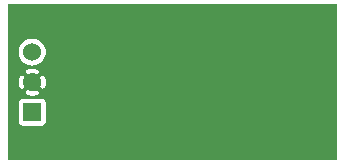
<source format=gbr>
G04 start of page 3 for group 1 idx 1 *
G04 Title: (unknown), solder *
G04 Creator: pcb 20110918 *
G04 CreationDate: Mon 01 Apr 2013 11:47:59 PM GMT UTC *
G04 For: railfan *
G04 Format: Gerber/RS-274X *
G04 PCB-Dimensions: 130000 55000 *
G04 PCB-Coordinate-Origin: lower left *
%MOIN*%
%FSLAX25Y25*%
%LNBOTTOM*%
%ADD28C,0.0380*%
%ADD27C,0.0200*%
%ADD26C,0.0360*%
%ADD25C,0.0600*%
%ADD24C,0.0001*%
G54D24*G36*
X61500Y2500D02*X35000D01*
Y11500D01*
X61500D01*
Y2500D01*
G37*
G36*
X40000Y32000D02*Y47000D01*
X56000D01*
Y32000D01*
X40000D01*
G37*
G36*
X57730Y53500D02*X111500D01*
Y1500D01*
X57730D01*
Y5714D01*
X57798Y5728D01*
X57871Y5755D01*
X57940Y5794D01*
X58002Y5843D01*
X58055Y5901D01*
X58098Y5966D01*
X58130Y6038D01*
X58206Y6271D01*
X58260Y6511D01*
X58292Y6755D01*
X58303Y7000D01*
X58292Y7245D01*
X58260Y7489D01*
X58206Y7729D01*
X58132Y7963D01*
X58100Y8035D01*
X58056Y8100D01*
X58003Y8159D01*
X57941Y8208D01*
X57872Y8246D01*
X57798Y8274D01*
X57730Y8288D01*
Y53500D01*
G37*
G36*
X55501D02*X57730D01*
Y8288D01*
X57721Y8290D01*
X57642Y8293D01*
X57563Y8284D01*
X57487Y8263D01*
X57415Y8230D01*
X57350Y8186D01*
X57291Y8133D01*
X57242Y8071D01*
X57204Y8002D01*
X57176Y7928D01*
X57160Y7851D01*
X57157Y7772D01*
X57166Y7693D01*
X57189Y7618D01*
X57238Y7468D01*
X57272Y7314D01*
X57293Y7158D01*
X57300Y7000D01*
X57293Y6842D01*
X57272Y6686D01*
X57238Y6532D01*
X57190Y6382D01*
X57168Y6306D01*
X57159Y6228D01*
X57162Y6150D01*
X57178Y6073D01*
X57205Y5999D01*
X57244Y5930D01*
X57293Y5869D01*
X57351Y5815D01*
X57416Y5772D01*
X57488Y5739D01*
X57564Y5718D01*
X57642Y5709D01*
X57720Y5712D01*
X57730Y5714D01*
Y1500D01*
X55501D01*
Y4197D01*
X55745Y4208D01*
X55989Y4240D01*
X56229Y4294D01*
X56463Y4368D01*
X56535Y4400D01*
X56600Y4444D01*
X56659Y4497D01*
X56708Y4559D01*
X56746Y4628D01*
X56774Y4702D01*
X56790Y4779D01*
X56793Y4858D01*
X56784Y4937D01*
X56763Y5013D01*
X56730Y5085D01*
X56686Y5150D01*
X56633Y5209D01*
X56571Y5258D01*
X56502Y5296D01*
X56428Y5324D01*
X56351Y5340D01*
X56272Y5343D01*
X56193Y5334D01*
X56118Y5311D01*
X55968Y5262D01*
X55814Y5228D01*
X55658Y5207D01*
X55501Y5200D01*
Y8800D01*
X55658Y8793D01*
X55814Y8772D01*
X55968Y8738D01*
X56118Y8690D01*
X56194Y8668D01*
X56272Y8659D01*
X56350Y8662D01*
X56427Y8678D01*
X56501Y8705D01*
X56570Y8744D01*
X56631Y8793D01*
X56685Y8851D01*
X56728Y8916D01*
X56761Y8988D01*
X56782Y9064D01*
X56791Y9142D01*
X56788Y9220D01*
X56772Y9298D01*
X56745Y9371D01*
X56706Y9440D01*
X56657Y9502D01*
X56599Y9555D01*
X56534Y9598D01*
X56462Y9630D01*
X56229Y9706D01*
X55989Y9760D01*
X55745Y9792D01*
X55501Y9803D01*
Y53500D01*
G37*
G36*
X53000D02*X55501D01*
Y9803D01*
X55500Y9803D01*
X55255Y9792D01*
X55011Y9760D01*
X54771Y9706D01*
X54537Y9632D01*
X54465Y9600D01*
X54400Y9556D01*
X54341Y9503D01*
X54292Y9441D01*
X54254Y9372D01*
X54226Y9298D01*
X54210Y9221D01*
X54207Y9142D01*
X54216Y9063D01*
X54237Y8987D01*
X54270Y8915D01*
X54314Y8850D01*
X54367Y8791D01*
X54429Y8742D01*
X54498Y8704D01*
X54572Y8676D01*
X54649Y8660D01*
X54728Y8657D01*
X54807Y8666D01*
X54882Y8689D01*
X55032Y8738D01*
X55186Y8772D01*
X55342Y8793D01*
X55500Y8800D01*
X55501Y8800D01*
Y5200D01*
X55500Y5200D01*
X55342Y5207D01*
X55186Y5228D01*
X55032Y5262D01*
X54882Y5310D01*
X54806Y5332D01*
X54728Y5341D01*
X54650Y5338D01*
X54573Y5322D01*
X54499Y5295D01*
X54430Y5256D01*
X54369Y5207D01*
X54315Y5149D01*
X54272Y5084D01*
X54239Y5012D01*
X54218Y4936D01*
X54209Y4858D01*
X54212Y4780D01*
X54228Y4702D01*
X54255Y4629D01*
X54294Y4560D01*
X54343Y4498D01*
X54401Y4445D01*
X54466Y4402D01*
X54538Y4370D01*
X54771Y4294D01*
X55011Y4240D01*
X55255Y4208D01*
X55500Y4197D01*
X55501Y4197D01*
Y1500D01*
X53000D01*
Y5839D01*
X53059Y5792D01*
X53128Y5754D01*
X53202Y5726D01*
X53279Y5710D01*
X53358Y5707D01*
X53437Y5716D01*
X53513Y5737D01*
X53585Y5770D01*
X53650Y5814D01*
X53709Y5867D01*
X53758Y5929D01*
X53796Y5998D01*
X53824Y6072D01*
X53840Y6149D01*
X53843Y6228D01*
X53834Y6307D01*
X53811Y6382D01*
X53762Y6532D01*
X53728Y6686D01*
X53707Y6842D01*
X53700Y7000D01*
X53707Y7158D01*
X53728Y7314D01*
X53762Y7468D01*
X53810Y7618D01*
X53832Y7694D01*
X53841Y7772D01*
X53838Y7850D01*
X53822Y7927D01*
X53795Y8001D01*
X53756Y8070D01*
X53707Y8131D01*
X53649Y8185D01*
X53584Y8228D01*
X53512Y8261D01*
X53436Y8282D01*
X53358Y8291D01*
X53280Y8288D01*
X53202Y8272D01*
X53129Y8245D01*
X53060Y8206D01*
X53001Y8160D01*
X53000Y8161D01*
Y53500D01*
G37*
G36*
X52230Y5955D02*X52244Y5930D01*
X52293Y5869D01*
X52351Y5815D01*
X52416Y5772D01*
X52488Y5739D01*
X52564Y5718D01*
X52642Y5709D01*
X52720Y5712D01*
X52798Y5728D01*
X52871Y5755D01*
X52940Y5794D01*
X52999Y5840D01*
X53000Y5839D01*
Y1500D01*
X52230D01*
Y5955D01*
G37*
G36*
Y7493D02*X52238Y7468D01*
X52272Y7314D01*
X52293Y7158D01*
X52300Y7000D01*
X52293Y6842D01*
X52272Y6686D01*
X52238Y6532D01*
X52230Y6506D01*
Y7493D01*
G37*
G36*
Y53500D02*X53000D01*
Y8161D01*
X52941Y8208D01*
X52872Y8246D01*
X52798Y8274D01*
X52721Y8290D01*
X52642Y8293D01*
X52563Y8284D01*
X52487Y8263D01*
X52415Y8230D01*
X52350Y8186D01*
X52291Y8133D01*
X52242Y8071D01*
X52230Y8049D01*
Y36214D01*
X52298Y36228D01*
X52371Y36255D01*
X52440Y36294D01*
X52502Y36343D01*
X52555Y36401D01*
X52598Y36466D01*
X52630Y36538D01*
X52706Y36771D01*
X52760Y37011D01*
X52792Y37255D01*
X52803Y37500D01*
X52792Y37745D01*
X52760Y37989D01*
X52706Y38229D01*
X52632Y38463D01*
X52600Y38535D01*
X52556Y38600D01*
X52503Y38659D01*
X52441Y38708D01*
X52372Y38746D01*
X52298Y38774D01*
X52230Y38788D01*
Y41214D01*
X52298Y41228D01*
X52371Y41255D01*
X52440Y41294D01*
X52502Y41343D01*
X52555Y41401D01*
X52598Y41466D01*
X52630Y41538D01*
X52706Y41771D01*
X52760Y42011D01*
X52792Y42255D01*
X52803Y42500D01*
X52792Y42745D01*
X52760Y42989D01*
X52706Y43229D01*
X52632Y43463D01*
X52600Y43535D01*
X52556Y43600D01*
X52503Y43659D01*
X52441Y43708D01*
X52372Y43746D01*
X52298Y43774D01*
X52230Y43788D01*
Y53500D01*
G37*
G36*
X50501D02*X52230D01*
Y43788D01*
X52221Y43790D01*
X52142Y43793D01*
X52063Y43784D01*
X51987Y43763D01*
X51915Y43730D01*
X51850Y43686D01*
X51791Y43633D01*
X51742Y43571D01*
X51704Y43502D01*
X51676Y43428D01*
X51660Y43351D01*
X51657Y43272D01*
X51666Y43193D01*
X51689Y43118D01*
X51738Y42968D01*
X51772Y42814D01*
X51793Y42658D01*
X51800Y42500D01*
X51793Y42342D01*
X51772Y42186D01*
X51738Y42032D01*
X51690Y41882D01*
X51668Y41806D01*
X51659Y41728D01*
X51662Y41650D01*
X51678Y41573D01*
X51705Y41499D01*
X51744Y41430D01*
X51793Y41369D01*
X51851Y41315D01*
X51916Y41272D01*
X51988Y41239D01*
X52064Y41218D01*
X52142Y41209D01*
X52220Y41212D01*
X52230Y41214D01*
Y38788D01*
X52221Y38790D01*
X52142Y38793D01*
X52063Y38784D01*
X51987Y38763D01*
X51915Y38730D01*
X51850Y38686D01*
X51791Y38633D01*
X51742Y38571D01*
X51704Y38502D01*
X51676Y38428D01*
X51660Y38351D01*
X51657Y38272D01*
X51666Y38193D01*
X51689Y38118D01*
X51738Y37968D01*
X51772Y37814D01*
X51793Y37658D01*
X51800Y37500D01*
X51793Y37342D01*
X51772Y37186D01*
X51738Y37032D01*
X51690Y36882D01*
X51668Y36806D01*
X51659Y36728D01*
X51662Y36650D01*
X51678Y36573D01*
X51705Y36499D01*
X51744Y36430D01*
X51793Y36369D01*
X51851Y36315D01*
X51916Y36272D01*
X51988Y36239D01*
X52064Y36218D01*
X52142Y36209D01*
X52220Y36212D01*
X52230Y36214D01*
Y8049D01*
X52204Y8002D01*
X52176Y7928D01*
X52160Y7851D01*
X52157Y7772D01*
X52166Y7693D01*
X52189Y7618D01*
X52230Y7493D01*
Y6506D01*
X52190Y6382D01*
X52168Y6306D01*
X52159Y6228D01*
X52162Y6150D01*
X52178Y6073D01*
X52205Y5999D01*
X52230Y5955D01*
Y1500D01*
X50501D01*
Y4197D01*
X50745Y4208D01*
X50989Y4240D01*
X51229Y4294D01*
X51463Y4368D01*
X51535Y4400D01*
X51600Y4444D01*
X51659Y4497D01*
X51708Y4559D01*
X51746Y4628D01*
X51774Y4702D01*
X51790Y4779D01*
X51793Y4858D01*
X51784Y4937D01*
X51763Y5013D01*
X51730Y5085D01*
X51686Y5150D01*
X51633Y5209D01*
X51571Y5258D01*
X51502Y5296D01*
X51428Y5324D01*
X51351Y5340D01*
X51272Y5343D01*
X51193Y5334D01*
X51118Y5311D01*
X50968Y5262D01*
X50814Y5228D01*
X50658Y5207D01*
X50501Y5200D01*
Y8800D01*
X50658Y8793D01*
X50814Y8772D01*
X50968Y8738D01*
X51118Y8690D01*
X51194Y8668D01*
X51272Y8659D01*
X51350Y8662D01*
X51427Y8678D01*
X51501Y8705D01*
X51570Y8744D01*
X51631Y8793D01*
X51685Y8851D01*
X51728Y8916D01*
X51761Y8988D01*
X51782Y9064D01*
X51791Y9142D01*
X51788Y9220D01*
X51772Y9298D01*
X51745Y9371D01*
X51706Y9440D01*
X51657Y9502D01*
X51599Y9555D01*
X51534Y9598D01*
X51462Y9630D01*
X51229Y9706D01*
X50989Y9760D01*
X50745Y9792D01*
X50501Y9803D01*
Y34743D01*
X50729Y34794D01*
X50963Y34868D01*
X51035Y34900D01*
X51100Y34944D01*
X51159Y34997D01*
X51208Y35059D01*
X51246Y35128D01*
X51274Y35202D01*
X51290Y35279D01*
X51293Y35358D01*
X51284Y35437D01*
X51263Y35513D01*
X51230Y35585D01*
X51186Y35650D01*
X51133Y35709D01*
X51071Y35758D01*
X51002Y35796D01*
X50928Y35824D01*
X50851Y35840D01*
X50772Y35843D01*
X50693Y35834D01*
X50618Y35811D01*
X50501Y35773D01*
Y39228D01*
X50618Y39190D01*
X50694Y39168D01*
X50772Y39159D01*
X50850Y39162D01*
X50927Y39178D01*
X51001Y39205D01*
X51070Y39244D01*
X51131Y39293D01*
X51185Y39351D01*
X51228Y39416D01*
X51261Y39488D01*
X51282Y39564D01*
X51291Y39642D01*
X51288Y39720D01*
X51272Y39798D01*
X51245Y39871D01*
X51206Y39940D01*
X51160Y39999D01*
X51208Y40059D01*
X51246Y40128D01*
X51274Y40202D01*
X51290Y40279D01*
X51293Y40358D01*
X51284Y40437D01*
X51263Y40513D01*
X51230Y40585D01*
X51186Y40650D01*
X51133Y40709D01*
X51071Y40758D01*
X51002Y40796D01*
X50928Y40824D01*
X50851Y40840D01*
X50772Y40843D01*
X50693Y40834D01*
X50618Y40811D01*
X50501Y40773D01*
Y44228D01*
X50618Y44190D01*
X50694Y44168D01*
X50772Y44159D01*
X50850Y44162D01*
X50927Y44178D01*
X51001Y44205D01*
X51070Y44244D01*
X51131Y44293D01*
X51185Y44351D01*
X51228Y44416D01*
X51261Y44488D01*
X51282Y44564D01*
X51291Y44642D01*
X51288Y44720D01*
X51272Y44798D01*
X51245Y44871D01*
X51206Y44940D01*
X51157Y45002D01*
X51099Y45055D01*
X51034Y45098D01*
X50962Y45130D01*
X50729Y45206D01*
X50501Y45257D01*
Y53500D01*
G37*
G36*
X48000D02*X50501D01*
Y45257D01*
X50489Y45260D01*
X50245Y45292D01*
X50000Y45303D01*
X49755Y45292D01*
X49511Y45260D01*
X49271Y45206D01*
X49037Y45132D01*
X48965Y45100D01*
X48900Y45056D01*
X48841Y45003D01*
X48792Y44941D01*
X48754Y44872D01*
X48726Y44798D01*
X48710Y44721D01*
X48707Y44642D01*
X48716Y44563D01*
X48737Y44487D01*
X48770Y44415D01*
X48814Y44350D01*
X48867Y44291D01*
X48929Y44242D01*
X48998Y44204D01*
X49072Y44176D01*
X49149Y44160D01*
X49228Y44157D01*
X49307Y44166D01*
X49382Y44189D01*
X49532Y44238D01*
X49686Y44272D01*
X49842Y44293D01*
X50000Y44300D01*
X50158Y44293D01*
X50314Y44272D01*
X50468Y44238D01*
X50501Y44228D01*
Y40773D01*
X50468Y40762D01*
X50314Y40728D01*
X50158Y40707D01*
X50000Y40700D01*
X49842Y40707D01*
X49686Y40728D01*
X49532Y40762D01*
X49382Y40810D01*
X49306Y40832D01*
X49228Y40841D01*
X49150Y40838D01*
X49073Y40822D01*
X48999Y40795D01*
X48930Y40756D01*
X48869Y40707D01*
X48815Y40649D01*
X48772Y40584D01*
X48739Y40512D01*
X48718Y40436D01*
X48709Y40358D01*
X48712Y40280D01*
X48728Y40202D01*
X48755Y40129D01*
X48794Y40060D01*
X48840Y40001D01*
X48792Y39941D01*
X48754Y39872D01*
X48726Y39798D01*
X48710Y39721D01*
X48707Y39642D01*
X48716Y39563D01*
X48737Y39487D01*
X48770Y39415D01*
X48814Y39350D01*
X48867Y39291D01*
X48929Y39242D01*
X48998Y39204D01*
X49072Y39176D01*
X49149Y39160D01*
X49228Y39157D01*
X49307Y39166D01*
X49382Y39189D01*
X49532Y39238D01*
X49686Y39272D01*
X49842Y39293D01*
X50000Y39300D01*
X50158Y39293D01*
X50314Y39272D01*
X50468Y39238D01*
X50501Y39228D01*
Y35773D01*
X50468Y35762D01*
X50314Y35728D01*
X50158Y35707D01*
X50000Y35700D01*
X49842Y35707D01*
X49686Y35728D01*
X49532Y35762D01*
X49382Y35810D01*
X49306Y35832D01*
X49228Y35841D01*
X49150Y35838D01*
X49073Y35822D01*
X48999Y35795D01*
X48930Y35756D01*
X48869Y35707D01*
X48815Y35649D01*
X48772Y35584D01*
X48739Y35512D01*
X48718Y35436D01*
X48709Y35358D01*
X48712Y35280D01*
X48728Y35202D01*
X48755Y35129D01*
X48794Y35060D01*
X48843Y34998D01*
X48901Y34945D01*
X48966Y34902D01*
X49038Y34870D01*
X49271Y34794D01*
X49511Y34740D01*
X49755Y34708D01*
X50000Y34697D01*
X50245Y34708D01*
X50489Y34740D01*
X50501Y34743D01*
Y9803D01*
X50500Y9803D01*
X50255Y9792D01*
X50011Y9760D01*
X49771Y9706D01*
X49537Y9632D01*
X49465Y9600D01*
X49400Y9556D01*
X49341Y9503D01*
X49292Y9441D01*
X49254Y9372D01*
X49226Y9298D01*
X49210Y9221D01*
X49207Y9142D01*
X49216Y9063D01*
X49237Y8987D01*
X49270Y8915D01*
X49314Y8850D01*
X49367Y8791D01*
X49429Y8742D01*
X49498Y8704D01*
X49572Y8676D01*
X49649Y8660D01*
X49728Y8657D01*
X49807Y8666D01*
X49882Y8689D01*
X50032Y8738D01*
X50186Y8772D01*
X50342Y8793D01*
X50500Y8800D01*
X50501Y8800D01*
Y5200D01*
X50500Y5200D01*
X50342Y5207D01*
X50186Y5228D01*
X50032Y5262D01*
X49882Y5310D01*
X49806Y5332D01*
X49728Y5341D01*
X49650Y5338D01*
X49573Y5322D01*
X49499Y5295D01*
X49430Y5256D01*
X49369Y5207D01*
X49315Y5149D01*
X49272Y5084D01*
X49239Y5012D01*
X49218Y4936D01*
X49209Y4858D01*
X49212Y4780D01*
X49228Y4702D01*
X49255Y4629D01*
X49294Y4560D01*
X49343Y4498D01*
X49401Y4445D01*
X49466Y4402D01*
X49538Y4370D01*
X49771Y4294D01*
X50011Y4240D01*
X50255Y4208D01*
X50500Y4197D01*
X50501Y4197D01*
Y1500D01*
X48000D01*
Y5839D01*
X48059Y5792D01*
X48128Y5754D01*
X48202Y5726D01*
X48279Y5710D01*
X48358Y5707D01*
X48437Y5716D01*
X48513Y5737D01*
X48585Y5770D01*
X48650Y5814D01*
X48709Y5867D01*
X48758Y5929D01*
X48796Y5998D01*
X48824Y6072D01*
X48840Y6149D01*
X48843Y6228D01*
X48834Y6307D01*
X48811Y6382D01*
X48762Y6532D01*
X48728Y6686D01*
X48707Y6842D01*
X48700Y7000D01*
X48707Y7158D01*
X48728Y7314D01*
X48762Y7468D01*
X48810Y7618D01*
X48832Y7694D01*
X48841Y7772D01*
X48838Y7850D01*
X48822Y7927D01*
X48795Y8001D01*
X48756Y8070D01*
X48707Y8131D01*
X48649Y8185D01*
X48584Y8228D01*
X48512Y8261D01*
X48436Y8282D01*
X48358Y8291D01*
X48280Y8288D01*
X48202Y8272D01*
X48129Y8245D01*
X48060Y8206D01*
X48001Y8160D01*
X48000Y8161D01*
Y36234D01*
X48013Y36237D01*
X48085Y36270D01*
X48150Y36314D01*
X48209Y36367D01*
X48258Y36429D01*
X48296Y36498D01*
X48324Y36572D01*
X48340Y36649D01*
X48343Y36728D01*
X48334Y36807D01*
X48311Y36882D01*
X48262Y37031D01*
X48292Y37255D01*
X48303Y37500D01*
X48292Y37745D01*
X48262Y37969D01*
X48310Y38118D01*
X48332Y38194D01*
X48341Y38272D01*
X48338Y38350D01*
X48322Y38427D01*
X48295Y38501D01*
X48256Y38570D01*
X48207Y38631D01*
X48149Y38685D01*
X48084Y38728D01*
X48012Y38761D01*
X48000Y38764D01*
Y41234D01*
X48013Y41237D01*
X48085Y41270D01*
X48150Y41314D01*
X48209Y41367D01*
X48258Y41429D01*
X48296Y41498D01*
X48324Y41572D01*
X48340Y41649D01*
X48343Y41728D01*
X48334Y41807D01*
X48311Y41882D01*
X48262Y42031D01*
X48292Y42255D01*
X48303Y42500D01*
X48292Y42745D01*
X48262Y42969D01*
X48310Y43118D01*
X48332Y43194D01*
X48341Y43272D01*
X48338Y43350D01*
X48322Y43427D01*
X48295Y43501D01*
X48256Y43570D01*
X48207Y43631D01*
X48149Y43685D01*
X48084Y43728D01*
X48012Y43761D01*
X48000Y43764D01*
Y53500D01*
G37*
G36*
X45501D02*X48000D01*
Y43764D01*
X47936Y43782D01*
X47858Y43791D01*
X47780Y43788D01*
X47754Y43783D01*
X47721Y43790D01*
X47642Y43793D01*
X47563Y43784D01*
X47487Y43763D01*
X47415Y43730D01*
X47350Y43686D01*
X47291Y43633D01*
X47242Y43571D01*
X47204Y43502D01*
X47176Y43428D01*
X47160Y43351D01*
X47157Y43272D01*
X47166Y43193D01*
X47189Y43118D01*
X47238Y42969D01*
X47208Y42745D01*
X47197Y42500D01*
X47208Y42255D01*
X47238Y42031D01*
X47190Y41882D01*
X47168Y41806D01*
X47159Y41728D01*
X47162Y41650D01*
X47178Y41573D01*
X47205Y41499D01*
X47244Y41430D01*
X47293Y41369D01*
X47351Y41315D01*
X47416Y41272D01*
X47488Y41239D01*
X47564Y41218D01*
X47642Y41209D01*
X47720Y41212D01*
X47746Y41217D01*
X47779Y41210D01*
X47858Y41207D01*
X47937Y41216D01*
X48000Y41234D01*
Y38764D01*
X47936Y38782D01*
X47858Y38791D01*
X47780Y38788D01*
X47754Y38783D01*
X47721Y38790D01*
X47642Y38793D01*
X47563Y38784D01*
X47487Y38763D01*
X47415Y38730D01*
X47350Y38686D01*
X47291Y38633D01*
X47242Y38571D01*
X47204Y38502D01*
X47176Y38428D01*
X47160Y38351D01*
X47157Y38272D01*
X47166Y38193D01*
X47189Y38118D01*
X47238Y37969D01*
X47208Y37745D01*
X47197Y37500D01*
X47208Y37255D01*
X47238Y37031D01*
X47190Y36882D01*
X47168Y36806D01*
X47159Y36728D01*
X47162Y36650D01*
X47178Y36573D01*
X47205Y36499D01*
X47244Y36430D01*
X47293Y36369D01*
X47351Y36315D01*
X47416Y36272D01*
X47488Y36239D01*
X47564Y36218D01*
X47642Y36209D01*
X47720Y36212D01*
X47746Y36217D01*
X47779Y36210D01*
X47858Y36207D01*
X47937Y36216D01*
X48000Y36234D01*
Y8161D01*
X47941Y8208D01*
X47872Y8246D01*
X47798Y8274D01*
X47721Y8290D01*
X47642Y8293D01*
X47563Y8284D01*
X47487Y8263D01*
X47415Y8230D01*
X47350Y8186D01*
X47291Y8133D01*
X47242Y8071D01*
X47204Y8002D01*
X47176Y7928D01*
X47160Y7851D01*
X47157Y7772D01*
X47166Y7693D01*
X47189Y7618D01*
X47238Y7468D01*
X47272Y7314D01*
X47293Y7158D01*
X47300Y7000D01*
X47293Y6842D01*
X47272Y6686D01*
X47238Y6532D01*
X47190Y6382D01*
X47168Y6306D01*
X47159Y6228D01*
X47162Y6150D01*
X47178Y6073D01*
X47205Y5999D01*
X47244Y5930D01*
X47293Y5869D01*
X47351Y5815D01*
X47416Y5772D01*
X47488Y5739D01*
X47564Y5718D01*
X47642Y5709D01*
X47720Y5712D01*
X47798Y5728D01*
X47871Y5755D01*
X47940Y5794D01*
X47999Y5840D01*
X48000Y5839D01*
Y1500D01*
X45501D01*
Y4197D01*
X45745Y4208D01*
X45989Y4240D01*
X46229Y4294D01*
X46463Y4368D01*
X46535Y4400D01*
X46600Y4444D01*
X46659Y4497D01*
X46708Y4559D01*
X46746Y4628D01*
X46774Y4702D01*
X46790Y4779D01*
X46793Y4858D01*
X46784Y4937D01*
X46763Y5013D01*
X46730Y5085D01*
X46686Y5150D01*
X46633Y5209D01*
X46571Y5258D01*
X46502Y5296D01*
X46428Y5324D01*
X46351Y5340D01*
X46272Y5343D01*
X46193Y5334D01*
X46118Y5311D01*
X45968Y5262D01*
X45814Y5228D01*
X45658Y5207D01*
X45501Y5200D01*
Y8800D01*
X45658Y8793D01*
X45814Y8772D01*
X45968Y8738D01*
X46118Y8690D01*
X46194Y8668D01*
X46272Y8659D01*
X46350Y8662D01*
X46427Y8678D01*
X46501Y8705D01*
X46570Y8744D01*
X46631Y8793D01*
X46685Y8851D01*
X46728Y8916D01*
X46761Y8988D01*
X46782Y9064D01*
X46791Y9142D01*
X46788Y9220D01*
X46772Y9298D01*
X46745Y9371D01*
X46706Y9440D01*
X46657Y9502D01*
X46599Y9555D01*
X46534Y9598D01*
X46462Y9630D01*
X46229Y9706D01*
X45989Y9760D01*
X45745Y9792D01*
X45501Y9803D01*
Y34697D01*
X45745Y34708D01*
X45989Y34740D01*
X46229Y34794D01*
X46463Y34868D01*
X46535Y34900D01*
X46600Y34944D01*
X46659Y34997D01*
X46708Y35059D01*
X46746Y35128D01*
X46774Y35202D01*
X46790Y35279D01*
X46793Y35358D01*
X46784Y35437D01*
X46763Y35513D01*
X46730Y35585D01*
X46686Y35650D01*
X46633Y35709D01*
X46571Y35758D01*
X46502Y35796D01*
X46428Y35824D01*
X46351Y35840D01*
X46272Y35843D01*
X46193Y35834D01*
X46118Y35811D01*
X45968Y35762D01*
X45814Y35728D01*
X45658Y35707D01*
X45501Y35700D01*
Y39300D01*
X45658Y39293D01*
X45814Y39272D01*
X45968Y39238D01*
X46118Y39190D01*
X46194Y39168D01*
X46272Y39159D01*
X46350Y39162D01*
X46427Y39178D01*
X46501Y39205D01*
X46570Y39244D01*
X46631Y39293D01*
X46685Y39351D01*
X46728Y39416D01*
X46761Y39488D01*
X46782Y39564D01*
X46791Y39642D01*
X46788Y39720D01*
X46772Y39798D01*
X46745Y39871D01*
X46706Y39940D01*
X46660Y39999D01*
X46708Y40059D01*
X46746Y40128D01*
X46774Y40202D01*
X46790Y40279D01*
X46793Y40358D01*
X46784Y40437D01*
X46763Y40513D01*
X46730Y40585D01*
X46686Y40650D01*
X46633Y40709D01*
X46571Y40758D01*
X46502Y40796D01*
X46428Y40824D01*
X46351Y40840D01*
X46272Y40843D01*
X46193Y40834D01*
X46118Y40811D01*
X45968Y40762D01*
X45814Y40728D01*
X45658Y40707D01*
X45501Y40700D01*
Y44300D01*
X45658Y44293D01*
X45814Y44272D01*
X45968Y44238D01*
X46118Y44190D01*
X46194Y44168D01*
X46272Y44159D01*
X46350Y44162D01*
X46427Y44178D01*
X46501Y44205D01*
X46570Y44244D01*
X46631Y44293D01*
X46685Y44351D01*
X46728Y44416D01*
X46761Y44488D01*
X46782Y44564D01*
X46791Y44642D01*
X46788Y44720D01*
X46772Y44798D01*
X46745Y44871D01*
X46706Y44940D01*
X46657Y45002D01*
X46599Y45055D01*
X46534Y45098D01*
X46462Y45130D01*
X46229Y45206D01*
X45989Y45260D01*
X45745Y45292D01*
X45501Y45303D01*
Y53500D01*
G37*
G36*
X43000D02*X45501D01*
Y45303D01*
X45500Y45303D01*
X45255Y45292D01*
X45011Y45260D01*
X44771Y45206D01*
X44537Y45132D01*
X44465Y45100D01*
X44400Y45056D01*
X44341Y45003D01*
X44292Y44941D01*
X44254Y44872D01*
X44226Y44798D01*
X44210Y44721D01*
X44207Y44642D01*
X44216Y44563D01*
X44237Y44487D01*
X44270Y44415D01*
X44314Y44350D01*
X44367Y44291D01*
X44429Y44242D01*
X44498Y44204D01*
X44572Y44176D01*
X44649Y44160D01*
X44728Y44157D01*
X44807Y44166D01*
X44882Y44189D01*
X45032Y44238D01*
X45186Y44272D01*
X45342Y44293D01*
X45500Y44300D01*
X45501Y44300D01*
Y40700D01*
X45500Y40700D01*
X45342Y40707D01*
X45186Y40728D01*
X45032Y40762D01*
X44882Y40810D01*
X44806Y40832D01*
X44728Y40841D01*
X44650Y40838D01*
X44573Y40822D01*
X44499Y40795D01*
X44430Y40756D01*
X44369Y40707D01*
X44315Y40649D01*
X44272Y40584D01*
X44239Y40512D01*
X44218Y40436D01*
X44209Y40358D01*
X44212Y40280D01*
X44228Y40202D01*
X44255Y40129D01*
X44294Y40060D01*
X44340Y40001D01*
X44292Y39941D01*
X44254Y39872D01*
X44226Y39798D01*
X44210Y39721D01*
X44207Y39642D01*
X44216Y39563D01*
X44237Y39487D01*
X44270Y39415D01*
X44314Y39350D01*
X44367Y39291D01*
X44429Y39242D01*
X44498Y39204D01*
X44572Y39176D01*
X44649Y39160D01*
X44728Y39157D01*
X44807Y39166D01*
X44882Y39189D01*
X45032Y39238D01*
X45186Y39272D01*
X45342Y39293D01*
X45500Y39300D01*
X45501Y39300D01*
Y35700D01*
X45500Y35700D01*
X45342Y35707D01*
X45186Y35728D01*
X45032Y35762D01*
X44882Y35810D01*
X44806Y35832D01*
X44728Y35841D01*
X44650Y35838D01*
X44573Y35822D01*
X44499Y35795D01*
X44430Y35756D01*
X44369Y35707D01*
X44315Y35649D01*
X44272Y35584D01*
X44239Y35512D01*
X44218Y35436D01*
X44209Y35358D01*
X44212Y35280D01*
X44228Y35202D01*
X44255Y35129D01*
X44294Y35060D01*
X44343Y34998D01*
X44401Y34945D01*
X44466Y34902D01*
X44538Y34870D01*
X44771Y34794D01*
X45011Y34740D01*
X45255Y34708D01*
X45500Y34697D01*
X45501Y34697D01*
Y9803D01*
X45500Y9803D01*
X45255Y9792D01*
X45011Y9760D01*
X44771Y9706D01*
X44537Y9632D01*
X44465Y9600D01*
X44400Y9556D01*
X44341Y9503D01*
X44292Y9441D01*
X44254Y9372D01*
X44226Y9298D01*
X44210Y9221D01*
X44207Y9142D01*
X44216Y9063D01*
X44237Y8987D01*
X44270Y8915D01*
X44314Y8850D01*
X44367Y8791D01*
X44429Y8742D01*
X44498Y8704D01*
X44572Y8676D01*
X44649Y8660D01*
X44728Y8657D01*
X44807Y8666D01*
X44882Y8689D01*
X45032Y8738D01*
X45186Y8772D01*
X45342Y8793D01*
X45500Y8800D01*
X45501Y8800D01*
Y5200D01*
X45500Y5200D01*
X45342Y5207D01*
X45186Y5228D01*
X45032Y5262D01*
X44882Y5310D01*
X44806Y5332D01*
X44728Y5341D01*
X44650Y5338D01*
X44573Y5322D01*
X44499Y5295D01*
X44430Y5256D01*
X44369Y5207D01*
X44315Y5149D01*
X44272Y5084D01*
X44239Y5012D01*
X44218Y4936D01*
X44209Y4858D01*
X44212Y4780D01*
X44228Y4702D01*
X44255Y4629D01*
X44294Y4560D01*
X44343Y4498D01*
X44401Y4445D01*
X44466Y4402D01*
X44538Y4370D01*
X44771Y4294D01*
X45011Y4240D01*
X45255Y4208D01*
X45500Y4197D01*
X45501Y4197D01*
Y1500D01*
X43000D01*
Y5839D01*
X43059Y5792D01*
X43128Y5754D01*
X43202Y5726D01*
X43279Y5710D01*
X43358Y5707D01*
X43437Y5716D01*
X43513Y5737D01*
X43585Y5770D01*
X43650Y5814D01*
X43709Y5867D01*
X43758Y5929D01*
X43796Y5998D01*
X43824Y6072D01*
X43840Y6149D01*
X43843Y6228D01*
X43834Y6307D01*
X43811Y6382D01*
X43762Y6532D01*
X43728Y6686D01*
X43707Y6842D01*
X43700Y7000D01*
X43707Y7158D01*
X43728Y7314D01*
X43762Y7468D01*
X43810Y7618D01*
X43832Y7694D01*
X43841Y7772D01*
X43838Y7850D01*
X43822Y7927D01*
X43795Y8001D01*
X43756Y8070D01*
X43707Y8131D01*
X43649Y8185D01*
X43584Y8228D01*
X43512Y8261D01*
X43436Y8282D01*
X43358Y8291D01*
X43280Y8288D01*
X43202Y8272D01*
X43129Y8245D01*
X43060Y8206D01*
X43001Y8160D01*
X43000Y8161D01*
Y36339D01*
X43059Y36292D01*
X43128Y36254D01*
X43202Y36226D01*
X43279Y36210D01*
X43358Y36207D01*
X43437Y36216D01*
X43513Y36237D01*
X43585Y36270D01*
X43650Y36314D01*
X43709Y36367D01*
X43758Y36429D01*
X43796Y36498D01*
X43824Y36572D01*
X43840Y36649D01*
X43843Y36728D01*
X43834Y36807D01*
X43811Y36882D01*
X43762Y37032D01*
X43728Y37186D01*
X43707Y37342D01*
X43700Y37500D01*
X43707Y37658D01*
X43728Y37814D01*
X43762Y37968D01*
X43810Y38118D01*
X43832Y38194D01*
X43841Y38272D01*
X43838Y38350D01*
X43822Y38427D01*
X43795Y38501D01*
X43756Y38570D01*
X43707Y38631D01*
X43649Y38685D01*
X43584Y38728D01*
X43512Y38761D01*
X43436Y38782D01*
X43358Y38791D01*
X43280Y38788D01*
X43202Y38772D01*
X43129Y38745D01*
X43060Y38706D01*
X43000Y38659D01*
Y41339D01*
X43059Y41292D01*
X43128Y41254D01*
X43202Y41226D01*
X43279Y41210D01*
X43358Y41207D01*
X43437Y41216D01*
X43513Y41237D01*
X43585Y41270D01*
X43650Y41314D01*
X43709Y41367D01*
X43758Y41429D01*
X43796Y41498D01*
X43824Y41572D01*
X43840Y41649D01*
X43843Y41728D01*
X43834Y41807D01*
X43811Y41882D01*
X43762Y42032D01*
X43728Y42186D01*
X43707Y42342D01*
X43700Y42500D01*
X43707Y42658D01*
X43728Y42814D01*
X43762Y42968D01*
X43810Y43118D01*
X43832Y43194D01*
X43841Y43272D01*
X43838Y43350D01*
X43822Y43427D01*
X43795Y43501D01*
X43756Y43570D01*
X43707Y43631D01*
X43649Y43685D01*
X43584Y43728D01*
X43512Y43761D01*
X43436Y43782D01*
X43358Y43791D01*
X43280Y43788D01*
X43202Y43772D01*
X43129Y43745D01*
X43060Y43706D01*
X43000Y43659D01*
Y53500D01*
G37*
G36*
X40501D02*X43000D01*
Y43659D01*
X42998Y43657D01*
X42945Y43599D01*
X42902Y43534D01*
X42870Y43462D01*
X42794Y43229D01*
X42740Y42989D01*
X42708Y42745D01*
X42697Y42500D01*
X42708Y42255D01*
X42740Y42011D01*
X42794Y41771D01*
X42868Y41537D01*
X42900Y41465D01*
X42944Y41400D01*
X42997Y41341D01*
X43000Y41339D01*
Y38659D01*
X42998Y38657D01*
X42945Y38599D01*
X42902Y38534D01*
X42870Y38462D01*
X42794Y38229D01*
X42740Y37989D01*
X42708Y37745D01*
X42697Y37500D01*
X42708Y37255D01*
X42740Y37011D01*
X42794Y36771D01*
X42868Y36537D01*
X42900Y36465D01*
X42944Y36400D01*
X42997Y36341D01*
X43000Y36339D01*
Y8161D01*
X42941Y8208D01*
X42872Y8246D01*
X42798Y8274D01*
X42721Y8290D01*
X42642Y8293D01*
X42563Y8284D01*
X42487Y8263D01*
X42415Y8230D01*
X42350Y8186D01*
X42291Y8133D01*
X42242Y8071D01*
X42204Y8002D01*
X42176Y7928D01*
X42160Y7851D01*
X42157Y7772D01*
X42166Y7693D01*
X42189Y7618D01*
X42238Y7468D01*
X42272Y7314D01*
X42293Y7158D01*
X42300Y7000D01*
X42293Y6842D01*
X42272Y6686D01*
X42238Y6532D01*
X42190Y6382D01*
X42168Y6306D01*
X42159Y6228D01*
X42162Y6150D01*
X42178Y6073D01*
X42205Y5999D01*
X42244Y5930D01*
X42293Y5869D01*
X42351Y5815D01*
X42416Y5772D01*
X42488Y5739D01*
X42564Y5718D01*
X42642Y5709D01*
X42720Y5712D01*
X42798Y5728D01*
X42871Y5755D01*
X42940Y5794D01*
X42999Y5840D01*
X43000Y5839D01*
Y1500D01*
X40501D01*
Y4197D01*
X40745Y4208D01*
X40989Y4240D01*
X41229Y4294D01*
X41463Y4368D01*
X41535Y4400D01*
X41600Y4444D01*
X41659Y4497D01*
X41708Y4559D01*
X41746Y4628D01*
X41774Y4702D01*
X41790Y4779D01*
X41793Y4858D01*
X41784Y4937D01*
X41763Y5013D01*
X41730Y5085D01*
X41686Y5150D01*
X41633Y5209D01*
X41571Y5258D01*
X41502Y5296D01*
X41428Y5324D01*
X41351Y5340D01*
X41272Y5343D01*
X41193Y5334D01*
X41118Y5311D01*
X40968Y5262D01*
X40814Y5228D01*
X40658Y5207D01*
X40501Y5200D01*
Y8800D01*
X40658Y8793D01*
X40814Y8772D01*
X40968Y8738D01*
X41118Y8690D01*
X41194Y8668D01*
X41272Y8659D01*
X41350Y8662D01*
X41427Y8678D01*
X41501Y8705D01*
X41570Y8744D01*
X41631Y8793D01*
X41685Y8851D01*
X41728Y8916D01*
X41761Y8988D01*
X41782Y9064D01*
X41791Y9142D01*
X41788Y9220D01*
X41772Y9298D01*
X41745Y9371D01*
X41706Y9440D01*
X41657Y9502D01*
X41599Y9555D01*
X41534Y9598D01*
X41462Y9630D01*
X41229Y9706D01*
X40989Y9760D01*
X40745Y9792D01*
X40501Y9803D01*
Y53500D01*
G37*
G36*
X38270D02*X40501D01*
Y9803D01*
X40500Y9803D01*
X40255Y9792D01*
X40011Y9760D01*
X39771Y9706D01*
X39537Y9632D01*
X39465Y9600D01*
X39400Y9556D01*
X39341Y9503D01*
X39292Y9441D01*
X39254Y9372D01*
X39226Y9298D01*
X39210Y9221D01*
X39207Y9142D01*
X39216Y9063D01*
X39237Y8987D01*
X39270Y8915D01*
X39314Y8850D01*
X39367Y8791D01*
X39429Y8742D01*
X39498Y8704D01*
X39572Y8676D01*
X39649Y8660D01*
X39728Y8657D01*
X39807Y8666D01*
X39882Y8689D01*
X40032Y8738D01*
X40186Y8772D01*
X40342Y8793D01*
X40500Y8800D01*
X40501Y8800D01*
Y5200D01*
X40500Y5200D01*
X40342Y5207D01*
X40186Y5228D01*
X40032Y5262D01*
X39882Y5310D01*
X39806Y5332D01*
X39728Y5341D01*
X39650Y5338D01*
X39573Y5322D01*
X39499Y5295D01*
X39430Y5256D01*
X39369Y5207D01*
X39315Y5149D01*
X39272Y5084D01*
X39239Y5012D01*
X39218Y4936D01*
X39209Y4858D01*
X39212Y4780D01*
X39228Y4702D01*
X39255Y4629D01*
X39294Y4560D01*
X39343Y4498D01*
X39401Y4445D01*
X39466Y4402D01*
X39538Y4370D01*
X39771Y4294D01*
X40011Y4240D01*
X40255Y4208D01*
X40500Y4197D01*
X40501Y4197D01*
Y1500D01*
X38270D01*
Y5712D01*
X38279Y5710D01*
X38358Y5707D01*
X38437Y5716D01*
X38513Y5737D01*
X38585Y5770D01*
X38650Y5814D01*
X38709Y5867D01*
X38758Y5929D01*
X38796Y5998D01*
X38824Y6072D01*
X38840Y6149D01*
X38843Y6228D01*
X38834Y6307D01*
X38811Y6382D01*
X38762Y6532D01*
X38728Y6686D01*
X38707Y6842D01*
X38700Y7000D01*
X38707Y7158D01*
X38728Y7314D01*
X38762Y7468D01*
X38810Y7618D01*
X38832Y7694D01*
X38841Y7772D01*
X38838Y7850D01*
X38822Y7927D01*
X38795Y8001D01*
X38756Y8070D01*
X38707Y8131D01*
X38649Y8185D01*
X38584Y8228D01*
X38512Y8261D01*
X38436Y8282D01*
X38358Y8291D01*
X38280Y8288D01*
X38270Y8286D01*
Y53500D01*
G37*
G36*
X13613D02*X38270D01*
Y8286D01*
X38202Y8272D01*
X38129Y8245D01*
X38060Y8206D01*
X37998Y8157D01*
X37945Y8099D01*
X37902Y8034D01*
X37870Y7962D01*
X37794Y7729D01*
X37740Y7489D01*
X37708Y7245D01*
X37697Y7000D01*
X37708Y6755D01*
X37740Y6511D01*
X37794Y6271D01*
X37868Y6037D01*
X37900Y5965D01*
X37944Y5900D01*
X37997Y5841D01*
X38059Y5792D01*
X38128Y5754D01*
X38202Y5726D01*
X38270Y5712D01*
Y1500D01*
X13613D01*
Y13130D01*
X13683Y13159D01*
X13884Y13283D01*
X14064Y13436D01*
X14217Y13616D01*
X14341Y13817D01*
X14431Y14035D01*
X14486Y14265D01*
X14500Y14500D01*
X14486Y20735D01*
X14431Y20965D01*
X14341Y21183D01*
X14217Y21384D01*
X14064Y21564D01*
X13884Y21717D01*
X13683Y21841D01*
X13613Y21870D01*
Y25353D01*
X13656Y25360D01*
X13768Y25397D01*
X13873Y25452D01*
X13968Y25522D01*
X14051Y25606D01*
X14119Y25702D01*
X14170Y25808D01*
X14318Y26216D01*
X14422Y26637D01*
X14484Y27067D01*
X14505Y27500D01*
X14484Y27933D01*
X14422Y28363D01*
X14318Y28784D01*
X14175Y29194D01*
X14122Y29300D01*
X14053Y29396D01*
X13970Y29481D01*
X13875Y29551D01*
X13769Y29606D01*
X13657Y29643D01*
X13613Y29651D01*
Y34802D01*
X13652Y34847D01*
X14022Y35451D01*
X14293Y36105D01*
X14458Y36794D01*
X14500Y37500D01*
X14458Y38206D01*
X14293Y38895D01*
X14022Y39549D01*
X13652Y40153D01*
X13613Y40198D01*
Y53500D01*
G37*
G36*
Y21870D02*X13465Y21931D01*
X13235Y21986D01*
X13000Y22000D01*
X10000Y21993D01*
Y22995D01*
X10433Y23016D01*
X10863Y23078D01*
X11284Y23182D01*
X11694Y23325D01*
X11800Y23378D01*
X11896Y23447D01*
X11981Y23530D01*
X12051Y23625D01*
X12106Y23731D01*
X12143Y23843D01*
X12163Y23960D01*
X12164Y24079D01*
X12146Y24196D01*
X12110Y24309D01*
X12057Y24415D01*
X11988Y24512D01*
X11905Y24596D01*
X11809Y24667D01*
X11704Y24721D01*
X11592Y24759D01*
X11475Y24778D01*
X11356Y24779D01*
X11239Y24761D01*
X11126Y24723D01*
X10855Y24624D01*
X10575Y24556D01*
X10289Y24514D01*
X10000Y24500D01*
Y30500D01*
X10289Y30486D01*
X10575Y30444D01*
X10855Y30376D01*
X11128Y30280D01*
X11239Y30242D01*
X11356Y30225D01*
X11474Y30225D01*
X11591Y30245D01*
X11703Y30282D01*
X11807Y30336D01*
X11902Y30406D01*
X11985Y30491D01*
X12054Y30587D01*
X12107Y30692D01*
X12143Y30805D01*
X12160Y30921D01*
X12159Y31039D01*
X12140Y31156D01*
X12103Y31268D01*
X12048Y31373D01*
X11978Y31468D01*
X11894Y31551D01*
X11798Y31619D01*
X11692Y31670D01*
X11284Y31818D01*
X10863Y31922D01*
X10433Y31984D01*
X10000Y32005D01*
Y32986D01*
X10706Y33042D01*
X11395Y33207D01*
X12049Y33478D01*
X12653Y33848D01*
X13192Y34308D01*
X13613Y34802D01*
Y29651D01*
X13540Y29663D01*
X13421Y29664D01*
X13304Y29646D01*
X13191Y29610D01*
X13085Y29557D01*
X12988Y29488D01*
X12904Y29405D01*
X12833Y29309D01*
X12779Y29204D01*
X12741Y29092D01*
X12722Y28975D01*
X12721Y28856D01*
X12739Y28739D01*
X12777Y28626D01*
X12876Y28355D01*
X12944Y28075D01*
X12986Y27789D01*
X13000Y27500D01*
X12986Y27211D01*
X12944Y26925D01*
X12876Y26645D01*
X12780Y26372D01*
X12742Y26261D01*
X12725Y26144D01*
X12725Y26026D01*
X12745Y25909D01*
X12782Y25797D01*
X12836Y25693D01*
X12906Y25598D01*
X12991Y25515D01*
X13087Y25446D01*
X13192Y25393D01*
X13305Y25357D01*
X13421Y25340D01*
X13539Y25341D01*
X13613Y25353D01*
Y21870D01*
G37*
G36*
Y1500D02*X10000D01*
Y13007D01*
X13235Y13014D01*
X13465Y13069D01*
X13613Y13130D01*
Y1500D01*
G37*
G36*
X10000Y53500D02*X13613D01*
Y40198D01*
X13192Y40692D01*
X12653Y41152D01*
X12049Y41522D01*
X11395Y41793D01*
X10706Y41958D01*
X10000Y42014D01*
Y53500D01*
G37*
G36*
X6387Y13130D02*X6535Y13069D01*
X6765Y13014D01*
X7000Y13000D01*
X10000Y13007D01*
Y1500D01*
X6387D01*
Y13130D01*
G37*
G36*
Y34802D02*X6808Y34308D01*
X7347Y33848D01*
X7951Y33478D01*
X8605Y33207D01*
X9294Y33042D01*
X10000Y32986D01*
Y32005D01*
X9567Y31984D01*
X9137Y31922D01*
X8716Y31818D01*
X8306Y31675D01*
X8200Y31622D01*
X8104Y31553D01*
X8019Y31470D01*
X7949Y31375D01*
X7894Y31269D01*
X7857Y31157D01*
X7837Y31040D01*
X7836Y30921D01*
X7854Y30804D01*
X7890Y30691D01*
X7943Y30585D01*
X8012Y30488D01*
X8095Y30404D01*
X8191Y30333D01*
X8296Y30279D01*
X8408Y30241D01*
X8525Y30222D01*
X8644Y30221D01*
X8761Y30239D01*
X8874Y30277D01*
X9145Y30376D01*
X9425Y30444D01*
X9711Y30486D01*
X10000Y30500D01*
Y24500D01*
X9711Y24514D01*
X9425Y24556D01*
X9145Y24624D01*
X8872Y24720D01*
X8761Y24758D01*
X8644Y24775D01*
X8526Y24775D01*
X8409Y24755D01*
X8297Y24718D01*
X8193Y24664D01*
X8098Y24594D01*
X8015Y24509D01*
X7946Y24413D01*
X7893Y24308D01*
X7857Y24195D01*
X7840Y24079D01*
X7841Y23961D01*
X7860Y23844D01*
X7897Y23732D01*
X7952Y23627D01*
X8022Y23532D01*
X8106Y23449D01*
X8202Y23381D01*
X8308Y23330D01*
X8716Y23182D01*
X9137Y23078D01*
X9567Y23016D01*
X10000Y22995D01*
X10000D01*
Y21993D01*
X6765Y21986D01*
X6535Y21931D01*
X6387Y21870D01*
Y25349D01*
X6460Y25337D01*
X6579Y25336D01*
X6696Y25354D01*
X6809Y25390D01*
X6915Y25443D01*
X7012Y25512D01*
X7096Y25595D01*
X7167Y25691D01*
X7221Y25796D01*
X7259Y25908D01*
X7278Y26025D01*
X7279Y26144D01*
X7261Y26261D01*
X7223Y26374D01*
X7124Y26645D01*
X7056Y26925D01*
X7014Y27211D01*
X7000Y27500D01*
X7014Y27789D01*
X7056Y28075D01*
X7124Y28355D01*
X7220Y28628D01*
X7258Y28739D01*
X7275Y28856D01*
X7275Y28974D01*
X7255Y29091D01*
X7218Y29203D01*
X7164Y29307D01*
X7094Y29402D01*
X7009Y29485D01*
X6913Y29554D01*
X6808Y29607D01*
X6695Y29643D01*
X6579Y29660D01*
X6461Y29659D01*
X6387Y29647D01*
Y34802D01*
G37*
G36*
Y53500D02*X10000D01*
Y42014D01*
X9294Y41958D01*
X8605Y41793D01*
X7951Y41522D01*
X7347Y41152D01*
X6808Y40692D01*
X6387Y40198D01*
Y53500D01*
G37*
G36*
X2000Y1500D02*Y53500D01*
X6387D01*
Y40198D01*
X6348Y40153D01*
X5978Y39549D01*
X5707Y38895D01*
X5542Y38206D01*
X5486Y37500D01*
X5542Y36794D01*
X5707Y36105D01*
X5978Y35451D01*
X6348Y34847D01*
X6387Y34802D01*
Y29647D01*
X6344Y29640D01*
X6232Y29603D01*
X6127Y29548D01*
X6032Y29478D01*
X5949Y29394D01*
X5881Y29298D01*
X5830Y29192D01*
X5682Y28784D01*
X5578Y28363D01*
X5516Y27933D01*
X5495Y27500D01*
X5516Y27067D01*
X5578Y26637D01*
X5682Y26216D01*
X5825Y25806D01*
X5878Y25700D01*
X5947Y25604D01*
X6030Y25519D01*
X6125Y25449D01*
X6231Y25394D01*
X6343Y25357D01*
X6387Y25349D01*
Y21870D01*
X6317Y21841D01*
X6116Y21717D01*
X5936Y21564D01*
X5783Y21384D01*
X5659Y21183D01*
X5569Y20965D01*
X5514Y20735D01*
X5500Y20500D01*
X5514Y14265D01*
X5569Y14035D01*
X5659Y13817D01*
X5783Y13616D01*
X5936Y13436D01*
X6116Y13283D01*
X6317Y13159D01*
X6387Y13130D01*
Y1500D01*
X2000D01*
G37*
G36*
X7000Y20500D02*Y14500D01*
X13000D01*
Y20500D01*
X7000D01*
G37*
G54D25*X10000Y27500D03*
Y37500D03*
G54D26*X50500Y7000D03*
X55500D03*
X40500D03*
X45500D03*
X50000Y42500D03*
Y37500D03*
X45500D03*
Y42500D03*
G54D27*G54D28*M02*

</source>
